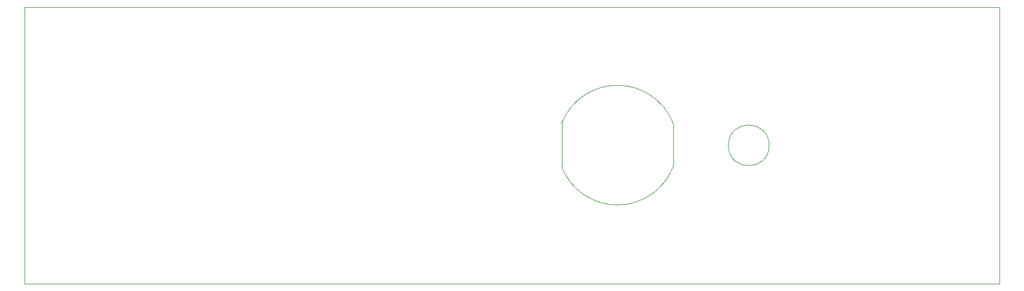
<source format=gbr>
%TF.GenerationSoftware,KiCad,Pcbnew,(5.1.6)-1*%
%TF.CreationDate,2025-05-28T07:42:34-04:00*%
%TF.ProjectId,mt32-pi-bay,6d743332-2d70-4692-9d62-61792e6b6963,rev?*%
%TF.SameCoordinates,Original*%
%TF.FileFunction,Profile,NP*%
%FSLAX46Y46*%
G04 Gerber Fmt 4.6, Leading zero omitted, Abs format (unit mm)*
G04 Created by KiCad (PCBNEW (5.1.6)-1) date 2025-05-28 07:42:34*
%MOMM*%
%LPD*%
G01*
G04 APERTURE LIST*
%TA.AperFunction,Profile*%
%ADD10C,0.050000*%
%TD*%
G04 APERTURE END LIST*
D10*
X154114500Y-96139000D02*
X154098366Y-89465192D01*
X171037626Y-96055622D02*
X171072551Y-89598500D01*
X171037626Y-96055622D02*
G75*
G02*
X154114500Y-96139000I-8477626J3218622D01*
G01*
X154098366Y-89465192D02*
G75*
G02*
X171072551Y-89598500I8461634J-3308308D01*
G01*
X185610500Y-92837000D02*
G75*
G03*
X185610500Y-92837000I-3100000J0D01*
G01*
X72517000Y-71818500D02*
X72517000Y-113919000D01*
X220599000Y-71818500D02*
X72517000Y-71818500D01*
X220599000Y-113919000D02*
X220599000Y-71818500D01*
X72517000Y-113919000D02*
X220599000Y-113919000D01*
M02*

</source>
